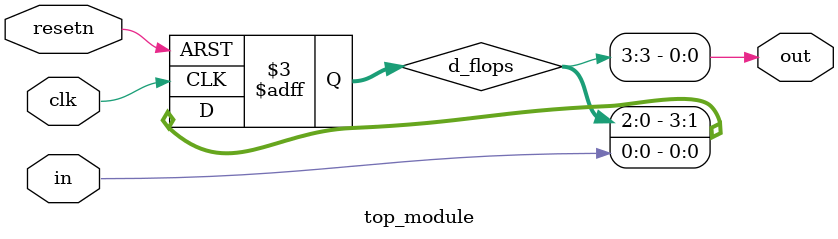
<source format=sv>
module top_module (
  input clk,
  input resetn,
  input in,
  output out
);
  
  reg [3:0] d_flops;
  
  always @(posedge clk or negedge resetn) begin
    if (!resetn) begin
      d_flops <= 4'b0;
    end else begin
      d_flops <= {d_flops[2:0], in};
    end
  end
  
  assign out = d_flops[3];
  
endmodule

</source>
